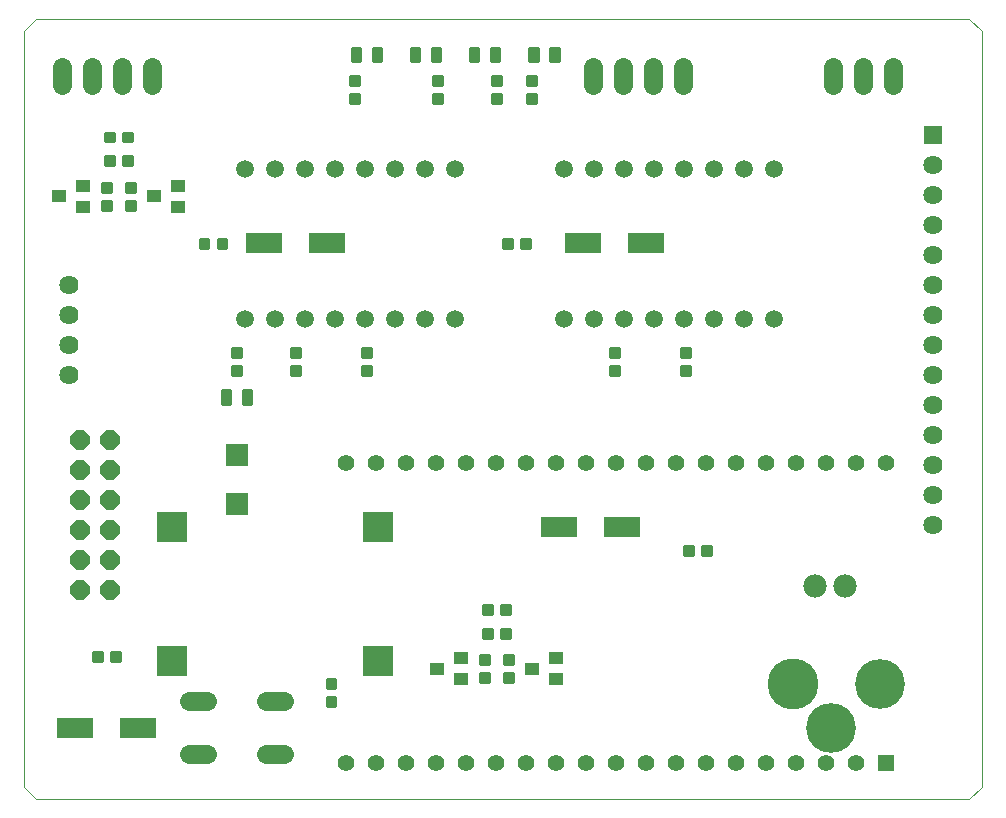
<source format=gts>
G75*
%MOIN*%
%OFA0B0*%
%FSLAX25Y25*%
%IPPOS*%
%LPD*%
%AMOC8*
5,1,8,0,0,1.08239X$1,22.5*
%
%ADD10C,0.00000*%
%ADD11C,0.06400*%
%ADD12R,0.06400X0.06400*%
%ADD13R,0.05550X0.05550*%
%ADD14C,0.05550*%
%ADD15C,0.05943*%
%ADD16C,0.00975*%
%ADD17R,0.12400X0.06900*%
%ADD18C,0.16998*%
%ADD19C,0.16600*%
%ADD20C,0.07800*%
%ADD21R,0.10400X0.10400*%
%ADD22C,0.06337*%
%ADD23C,0.06400*%
%ADD24OC8,0.06400*%
%ADD25R,0.04900X0.04400*%
%ADD26R,0.07369X0.07487*%
D10*
X0001000Y0004937D02*
X0001000Y0256906D01*
X0004937Y0260843D01*
X0315961Y0260843D01*
X0320409Y0256906D01*
X0320409Y0004937D01*
X0315961Y0001000D01*
X0004937Y0001000D01*
X0001000Y0004937D01*
D11*
X0016039Y0142063D03*
X0016039Y0152063D03*
X0016039Y0162063D03*
X0016039Y0172063D03*
X0304150Y0172063D03*
X0304150Y0182063D03*
X0304150Y0192063D03*
X0304150Y0202063D03*
X0304150Y0212063D03*
X0304150Y0162063D03*
X0304150Y0152063D03*
X0304150Y0142063D03*
X0304150Y0132063D03*
X0304150Y0122063D03*
X0304150Y0112063D03*
X0304150Y0102063D03*
X0304150Y0092063D03*
D12*
X0304150Y0222063D03*
D13*
X0288402Y0012811D03*
D14*
X0278402Y0012811D03*
X0268402Y0012811D03*
X0258402Y0012811D03*
X0248402Y0012811D03*
X0238402Y0012811D03*
X0228402Y0012811D03*
X0218402Y0012811D03*
X0208402Y0012811D03*
X0198402Y0012811D03*
X0188402Y0012811D03*
X0178402Y0012811D03*
X0168402Y0012811D03*
X0158402Y0012811D03*
X0148402Y0012811D03*
X0138402Y0012811D03*
X0128402Y0012811D03*
X0118402Y0012811D03*
X0108402Y0012811D03*
X0108402Y0112811D03*
X0118402Y0112811D03*
X0128402Y0112811D03*
X0138402Y0112811D03*
X0148402Y0112811D03*
X0158402Y0112811D03*
X0168402Y0112811D03*
X0178402Y0112811D03*
X0188402Y0112811D03*
X0198402Y0112811D03*
X0208402Y0112811D03*
X0218402Y0112811D03*
X0228402Y0112811D03*
X0238402Y0112811D03*
X0248402Y0112811D03*
X0258402Y0112811D03*
X0268402Y0112811D03*
X0278402Y0112811D03*
X0288402Y0112811D03*
D15*
X0251039Y0160724D03*
X0241039Y0160724D03*
X0231039Y0160724D03*
X0221039Y0160724D03*
X0211039Y0160724D03*
X0201039Y0160724D03*
X0191039Y0160724D03*
X0181039Y0160724D03*
X0144740Y0160724D03*
X0134740Y0160724D03*
X0124740Y0160724D03*
X0114740Y0160724D03*
X0104740Y0160724D03*
X0094740Y0160724D03*
X0084740Y0160724D03*
X0074740Y0160724D03*
X0074740Y0210724D03*
X0084740Y0210724D03*
X0094740Y0210724D03*
X0104740Y0210724D03*
X0114740Y0210724D03*
X0124740Y0210724D03*
X0134740Y0210724D03*
X0144740Y0210724D03*
X0181039Y0210724D03*
X0191039Y0210724D03*
X0201039Y0210724D03*
X0211039Y0210724D03*
X0221039Y0210724D03*
X0231039Y0210724D03*
X0241039Y0210724D03*
X0251039Y0210724D03*
D16*
X0220009Y0151132D02*
X0220009Y0148206D01*
X0220009Y0151132D02*
X0222935Y0151132D01*
X0222935Y0148206D01*
X0220009Y0148206D01*
X0220009Y0149180D02*
X0222935Y0149180D01*
X0222935Y0150154D02*
X0220009Y0150154D01*
X0220009Y0151128D02*
X0222935Y0151128D01*
X0220009Y0145132D02*
X0220009Y0142206D01*
X0220009Y0145132D02*
X0222935Y0145132D01*
X0222935Y0142206D01*
X0220009Y0142206D01*
X0220009Y0143180D02*
X0222935Y0143180D01*
X0222935Y0144154D02*
X0220009Y0144154D01*
X0220009Y0145128D02*
X0222935Y0145128D01*
X0196387Y0145132D02*
X0196387Y0142206D01*
X0196387Y0145132D02*
X0199313Y0145132D01*
X0199313Y0142206D01*
X0196387Y0142206D01*
X0196387Y0143180D02*
X0199313Y0143180D01*
X0199313Y0144154D02*
X0196387Y0144154D01*
X0196387Y0145128D02*
X0199313Y0145128D01*
X0196387Y0148206D02*
X0196387Y0151132D01*
X0199313Y0151132D01*
X0199313Y0148206D01*
X0196387Y0148206D01*
X0196387Y0149180D02*
X0199313Y0149180D01*
X0199313Y0150154D02*
X0196387Y0150154D01*
X0196387Y0151128D02*
X0199313Y0151128D01*
X0169636Y0184576D02*
X0166710Y0184576D01*
X0166710Y0187502D01*
X0169636Y0187502D01*
X0169636Y0184576D01*
X0169636Y0185550D02*
X0166710Y0185550D01*
X0166710Y0186524D02*
X0169636Y0186524D01*
X0169636Y0187498D02*
X0166710Y0187498D01*
X0163636Y0184576D02*
X0160710Y0184576D01*
X0160710Y0187502D01*
X0163636Y0187502D01*
X0163636Y0184576D01*
X0163636Y0185550D02*
X0160710Y0185550D01*
X0160710Y0186524D02*
X0163636Y0186524D01*
X0163636Y0187498D02*
X0160710Y0187498D01*
X0159943Y0232757D02*
X0159943Y0235683D01*
X0159943Y0232757D02*
X0157017Y0232757D01*
X0157017Y0235683D01*
X0159943Y0235683D01*
X0159943Y0233731D02*
X0157017Y0233731D01*
X0157017Y0234705D02*
X0159943Y0234705D01*
X0159943Y0235679D02*
X0157017Y0235679D01*
X0159943Y0238757D02*
X0159943Y0241683D01*
X0159943Y0238757D02*
X0157017Y0238757D01*
X0157017Y0241683D01*
X0159943Y0241683D01*
X0159943Y0239731D02*
X0157017Y0239731D01*
X0157017Y0240705D02*
X0159943Y0240705D01*
X0159943Y0241679D02*
X0157017Y0241679D01*
X0156580Y0246818D02*
X0159506Y0246818D01*
X0156580Y0246818D02*
X0156580Y0251244D01*
X0159506Y0251244D01*
X0159506Y0246818D01*
X0159506Y0247792D02*
X0156580Y0247792D01*
X0156580Y0248766D02*
X0159506Y0248766D01*
X0159506Y0249740D02*
X0156580Y0249740D01*
X0156580Y0250714D02*
X0159506Y0250714D01*
X0152506Y0246818D02*
X0149580Y0246818D01*
X0149580Y0251244D01*
X0152506Y0251244D01*
X0152506Y0246818D01*
X0152506Y0247792D02*
X0149580Y0247792D01*
X0149580Y0248766D02*
X0152506Y0248766D01*
X0152506Y0249740D02*
X0149580Y0249740D01*
X0149580Y0250714D02*
X0152506Y0250714D01*
X0139821Y0246818D02*
X0136895Y0246818D01*
X0136895Y0251244D01*
X0139821Y0251244D01*
X0139821Y0246818D01*
X0139821Y0247792D02*
X0136895Y0247792D01*
X0136895Y0248766D02*
X0139821Y0248766D01*
X0139821Y0249740D02*
X0136895Y0249740D01*
X0136895Y0250714D02*
X0139821Y0250714D01*
X0132821Y0246818D02*
X0129895Y0246818D01*
X0129895Y0251244D01*
X0132821Y0251244D01*
X0132821Y0246818D01*
X0132821Y0247792D02*
X0129895Y0247792D01*
X0129895Y0248766D02*
X0132821Y0248766D01*
X0132821Y0249740D02*
X0129895Y0249740D01*
X0129895Y0250714D02*
X0132821Y0250714D01*
X0140258Y0241683D02*
X0140258Y0238757D01*
X0137332Y0238757D01*
X0137332Y0241683D01*
X0140258Y0241683D01*
X0140258Y0239731D02*
X0137332Y0239731D01*
X0137332Y0240705D02*
X0140258Y0240705D01*
X0140258Y0241679D02*
X0137332Y0241679D01*
X0140258Y0235683D02*
X0140258Y0232757D01*
X0137332Y0232757D01*
X0137332Y0235683D01*
X0140258Y0235683D01*
X0140258Y0233731D02*
X0137332Y0233731D01*
X0137332Y0234705D02*
X0140258Y0234705D01*
X0140258Y0235679D02*
X0137332Y0235679D01*
X0120136Y0246818D02*
X0117210Y0246818D01*
X0117210Y0251244D01*
X0120136Y0251244D01*
X0120136Y0246818D01*
X0120136Y0247792D02*
X0117210Y0247792D01*
X0117210Y0248766D02*
X0120136Y0248766D01*
X0120136Y0249740D02*
X0117210Y0249740D01*
X0117210Y0250714D02*
X0120136Y0250714D01*
X0113136Y0246818D02*
X0110210Y0246818D01*
X0110210Y0251244D01*
X0113136Y0251244D01*
X0113136Y0246818D01*
X0113136Y0247792D02*
X0110210Y0247792D01*
X0110210Y0248766D02*
X0113136Y0248766D01*
X0113136Y0249740D02*
X0110210Y0249740D01*
X0110210Y0250714D02*
X0113136Y0250714D01*
X0109773Y0241683D02*
X0109773Y0238757D01*
X0109773Y0241683D02*
X0112699Y0241683D01*
X0112699Y0238757D01*
X0109773Y0238757D01*
X0109773Y0239731D02*
X0112699Y0239731D01*
X0112699Y0240705D02*
X0109773Y0240705D01*
X0109773Y0241679D02*
X0112699Y0241679D01*
X0109773Y0235683D02*
X0109773Y0232757D01*
X0109773Y0235683D02*
X0112699Y0235683D01*
X0112699Y0232757D01*
X0109773Y0232757D01*
X0109773Y0233731D02*
X0112699Y0233731D01*
X0112699Y0234705D02*
X0109773Y0234705D01*
X0109773Y0235679D02*
X0112699Y0235679D01*
X0068455Y0187502D02*
X0065529Y0187502D01*
X0068455Y0187502D02*
X0068455Y0184576D01*
X0065529Y0184576D01*
X0065529Y0187502D01*
X0065529Y0185550D02*
X0068455Y0185550D01*
X0068455Y0186524D02*
X0065529Y0186524D01*
X0065529Y0187498D02*
X0068455Y0187498D01*
X0062455Y0187502D02*
X0059529Y0187502D01*
X0062455Y0187502D02*
X0062455Y0184576D01*
X0059529Y0184576D01*
X0059529Y0187502D01*
X0059529Y0185550D02*
X0062455Y0185550D01*
X0062455Y0186524D02*
X0059529Y0186524D01*
X0059529Y0187498D02*
X0062455Y0187498D01*
X0034970Y0197324D02*
X0034970Y0200250D01*
X0037896Y0200250D01*
X0037896Y0197324D01*
X0034970Y0197324D01*
X0034970Y0198298D02*
X0037896Y0198298D01*
X0037896Y0199272D02*
X0034970Y0199272D01*
X0034970Y0200246D02*
X0037896Y0200246D01*
X0034970Y0203324D02*
X0034970Y0206250D01*
X0037896Y0206250D01*
X0037896Y0203324D01*
X0034970Y0203324D01*
X0034970Y0204298D02*
X0037896Y0204298D01*
X0037896Y0205272D02*
X0034970Y0205272D01*
X0034970Y0206246D02*
X0037896Y0206246D01*
X0036959Y0215061D02*
X0034033Y0215061D01*
X0036959Y0215061D02*
X0036959Y0212135D01*
X0034033Y0212135D01*
X0034033Y0215061D01*
X0034033Y0213109D02*
X0036959Y0213109D01*
X0036959Y0214083D02*
X0034033Y0214083D01*
X0034033Y0215057D02*
X0036959Y0215057D01*
X0036959Y0220009D02*
X0034033Y0220009D01*
X0034033Y0222935D01*
X0036959Y0222935D01*
X0036959Y0220009D01*
X0036959Y0220983D02*
X0034033Y0220983D01*
X0034033Y0221957D02*
X0036959Y0221957D01*
X0036959Y0222931D02*
X0034033Y0222931D01*
X0030959Y0220009D02*
X0028033Y0220009D01*
X0028033Y0222935D01*
X0030959Y0222935D01*
X0030959Y0220009D01*
X0030959Y0220983D02*
X0028033Y0220983D01*
X0028033Y0221957D02*
X0030959Y0221957D01*
X0030959Y0222931D02*
X0028033Y0222931D01*
X0028033Y0215061D02*
X0030959Y0215061D01*
X0030959Y0212135D01*
X0028033Y0212135D01*
X0028033Y0215061D01*
X0028033Y0213109D02*
X0030959Y0213109D01*
X0030959Y0214083D02*
X0028033Y0214083D01*
X0028033Y0215057D02*
X0030959Y0215057D01*
X0030022Y0206250D02*
X0030022Y0203324D01*
X0027096Y0203324D01*
X0027096Y0206250D01*
X0030022Y0206250D01*
X0030022Y0204298D02*
X0027096Y0204298D01*
X0027096Y0205272D02*
X0030022Y0205272D01*
X0030022Y0206246D02*
X0027096Y0206246D01*
X0030022Y0200250D02*
X0030022Y0197324D01*
X0027096Y0197324D01*
X0027096Y0200250D01*
X0030022Y0200250D01*
X0030022Y0198298D02*
X0027096Y0198298D01*
X0027096Y0199272D02*
X0030022Y0199272D01*
X0030022Y0200246D02*
X0027096Y0200246D01*
X0073329Y0151132D02*
X0073329Y0148206D01*
X0070403Y0148206D01*
X0070403Y0151132D01*
X0073329Y0151132D01*
X0073329Y0149180D02*
X0070403Y0149180D01*
X0070403Y0150154D02*
X0073329Y0150154D01*
X0073329Y0151128D02*
X0070403Y0151128D01*
X0073329Y0145132D02*
X0073329Y0142206D01*
X0070403Y0142206D01*
X0070403Y0145132D01*
X0073329Y0145132D01*
X0073329Y0143180D02*
X0070403Y0143180D01*
X0070403Y0144154D02*
X0073329Y0144154D01*
X0073329Y0145128D02*
X0070403Y0145128D01*
X0069829Y0132645D02*
X0066903Y0132645D01*
X0066903Y0137071D01*
X0069829Y0137071D01*
X0069829Y0132645D01*
X0069829Y0133619D02*
X0066903Y0133619D01*
X0066903Y0134593D02*
X0069829Y0134593D01*
X0069829Y0135567D02*
X0066903Y0135567D01*
X0066903Y0136541D02*
X0069829Y0136541D01*
X0073903Y0132645D02*
X0076829Y0132645D01*
X0073903Y0132645D02*
X0073903Y0137071D01*
X0076829Y0137071D01*
X0076829Y0132645D01*
X0076829Y0133619D02*
X0073903Y0133619D01*
X0073903Y0134593D02*
X0076829Y0134593D01*
X0076829Y0135567D02*
X0073903Y0135567D01*
X0073903Y0136541D02*
X0076829Y0136541D01*
X0090088Y0142206D02*
X0090088Y0145132D01*
X0093014Y0145132D01*
X0093014Y0142206D01*
X0090088Y0142206D01*
X0090088Y0143180D02*
X0093014Y0143180D01*
X0093014Y0144154D02*
X0090088Y0144154D01*
X0090088Y0145128D02*
X0093014Y0145128D01*
X0090088Y0148206D02*
X0090088Y0151132D01*
X0093014Y0151132D01*
X0093014Y0148206D01*
X0090088Y0148206D01*
X0090088Y0149180D02*
X0093014Y0149180D01*
X0093014Y0150154D02*
X0090088Y0150154D01*
X0090088Y0151128D02*
X0093014Y0151128D01*
X0113710Y0151132D02*
X0113710Y0148206D01*
X0113710Y0151132D02*
X0116636Y0151132D01*
X0116636Y0148206D01*
X0113710Y0148206D01*
X0113710Y0149180D02*
X0116636Y0149180D01*
X0116636Y0150154D02*
X0113710Y0150154D01*
X0113710Y0151128D02*
X0116636Y0151128D01*
X0113710Y0145132D02*
X0113710Y0142206D01*
X0113710Y0145132D02*
X0116636Y0145132D01*
X0116636Y0142206D01*
X0113710Y0142206D01*
X0113710Y0143180D02*
X0116636Y0143180D01*
X0116636Y0144154D02*
X0113710Y0144154D01*
X0113710Y0145128D02*
X0116636Y0145128D01*
X0154017Y0062529D02*
X0156943Y0062529D01*
X0154017Y0062529D02*
X0154017Y0065455D01*
X0156943Y0065455D01*
X0156943Y0062529D01*
X0156943Y0063503D02*
X0154017Y0063503D01*
X0154017Y0064477D02*
X0156943Y0064477D01*
X0156943Y0065451D02*
X0154017Y0065451D01*
X0160017Y0062529D02*
X0162943Y0062529D01*
X0160017Y0062529D02*
X0160017Y0065455D01*
X0162943Y0065455D01*
X0162943Y0062529D01*
X0162943Y0063503D02*
X0160017Y0063503D01*
X0160017Y0064477D02*
X0162943Y0064477D01*
X0162943Y0065451D02*
X0160017Y0065451D01*
X0160017Y0057581D02*
X0162943Y0057581D01*
X0162943Y0054655D01*
X0160017Y0054655D01*
X0160017Y0057581D01*
X0160017Y0055629D02*
X0162943Y0055629D01*
X0162943Y0056603D02*
X0160017Y0056603D01*
X0160017Y0057577D02*
X0162943Y0057577D01*
X0156943Y0057581D02*
X0154017Y0057581D01*
X0156943Y0057581D02*
X0156943Y0054655D01*
X0154017Y0054655D01*
X0154017Y0057581D01*
X0154017Y0055629D02*
X0156943Y0055629D01*
X0156943Y0056603D02*
X0154017Y0056603D01*
X0154017Y0057577D02*
X0156943Y0057577D01*
X0153080Y0048770D02*
X0153080Y0045844D01*
X0153080Y0048770D02*
X0156006Y0048770D01*
X0156006Y0045844D01*
X0153080Y0045844D01*
X0153080Y0046818D02*
X0156006Y0046818D01*
X0156006Y0047792D02*
X0153080Y0047792D01*
X0153080Y0048766D02*
X0156006Y0048766D01*
X0163880Y0048770D02*
X0163880Y0045844D01*
X0160954Y0045844D01*
X0160954Y0048770D01*
X0163880Y0048770D01*
X0163880Y0046818D02*
X0160954Y0046818D01*
X0160954Y0047792D02*
X0163880Y0047792D01*
X0163880Y0048766D02*
X0160954Y0048766D01*
X0163880Y0042770D02*
X0163880Y0039844D01*
X0160954Y0039844D01*
X0160954Y0042770D01*
X0163880Y0042770D01*
X0163880Y0040818D02*
X0160954Y0040818D01*
X0160954Y0041792D02*
X0163880Y0041792D01*
X0163880Y0042766D02*
X0160954Y0042766D01*
X0153080Y0042770D02*
X0153080Y0039844D01*
X0153080Y0042770D02*
X0156006Y0042770D01*
X0156006Y0039844D01*
X0153080Y0039844D01*
X0153080Y0040818D02*
X0156006Y0040818D01*
X0156006Y0041792D02*
X0153080Y0041792D01*
X0153080Y0042766D02*
X0156006Y0042766D01*
X0104825Y0040896D02*
X0104825Y0037970D01*
X0101899Y0037970D01*
X0101899Y0040896D01*
X0104825Y0040896D01*
X0104825Y0038944D02*
X0101899Y0038944D01*
X0101899Y0039918D02*
X0104825Y0039918D01*
X0104825Y0040892D02*
X0101899Y0040892D01*
X0104825Y0034896D02*
X0104825Y0031970D01*
X0101899Y0031970D01*
X0101899Y0034896D01*
X0104825Y0034896D01*
X0104825Y0032944D02*
X0101899Y0032944D01*
X0101899Y0033918D02*
X0104825Y0033918D01*
X0104825Y0034892D02*
X0101899Y0034892D01*
X0033022Y0046781D02*
X0030096Y0046781D01*
X0030096Y0049707D01*
X0033022Y0049707D01*
X0033022Y0046781D01*
X0033022Y0047755D02*
X0030096Y0047755D01*
X0030096Y0048729D02*
X0033022Y0048729D01*
X0033022Y0049703D02*
X0030096Y0049703D01*
X0027022Y0046781D02*
X0024096Y0046781D01*
X0024096Y0049707D01*
X0027022Y0049707D01*
X0027022Y0046781D01*
X0027022Y0047755D02*
X0024096Y0047755D01*
X0024096Y0048729D02*
X0027022Y0048729D01*
X0027022Y0049703D02*
X0024096Y0049703D01*
X0168828Y0232757D02*
X0168828Y0235683D01*
X0171754Y0235683D01*
X0171754Y0232757D01*
X0168828Y0232757D01*
X0168828Y0233731D02*
X0171754Y0233731D01*
X0171754Y0234705D02*
X0168828Y0234705D01*
X0168828Y0235679D02*
X0171754Y0235679D01*
X0168828Y0238757D02*
X0168828Y0241683D01*
X0171754Y0241683D01*
X0171754Y0238757D01*
X0168828Y0238757D01*
X0168828Y0239731D02*
X0171754Y0239731D01*
X0171754Y0240705D02*
X0168828Y0240705D01*
X0168828Y0241679D02*
X0171754Y0241679D01*
X0172191Y0246818D02*
X0169265Y0246818D01*
X0169265Y0251244D01*
X0172191Y0251244D01*
X0172191Y0246818D01*
X0172191Y0247792D02*
X0169265Y0247792D01*
X0169265Y0248766D02*
X0172191Y0248766D01*
X0172191Y0249740D02*
X0169265Y0249740D01*
X0169265Y0250714D02*
X0172191Y0250714D01*
X0176265Y0246818D02*
X0179191Y0246818D01*
X0176265Y0246818D02*
X0176265Y0251244D01*
X0179191Y0251244D01*
X0179191Y0246818D01*
X0179191Y0247792D02*
X0176265Y0247792D01*
X0176265Y0248766D02*
X0179191Y0248766D01*
X0179191Y0249740D02*
X0176265Y0249740D01*
X0176265Y0250714D02*
X0179191Y0250714D01*
X0220946Y0085140D02*
X0223872Y0085140D01*
X0223872Y0082214D01*
X0220946Y0082214D01*
X0220946Y0085140D01*
X0220946Y0083188D02*
X0223872Y0083188D01*
X0223872Y0084162D02*
X0220946Y0084162D01*
X0220946Y0085136D02*
X0223872Y0085136D01*
X0226946Y0085140D02*
X0229872Y0085140D01*
X0229872Y0082214D01*
X0226946Y0082214D01*
X0226946Y0085140D01*
X0226946Y0083188D02*
X0229872Y0083188D01*
X0229872Y0084162D02*
X0226946Y0084162D01*
X0226946Y0085136D02*
X0229872Y0085136D01*
D17*
X0200476Y0091551D03*
X0179476Y0091551D03*
X0187350Y0186039D03*
X0208350Y0186039D03*
X0102051Y0186039D03*
X0081051Y0186039D03*
X0039059Y0024622D03*
X0018059Y0024622D03*
D18*
X0257387Y0039189D03*
D19*
X0269898Y0024380D03*
X0286209Y0039089D03*
D20*
X0274780Y0071866D03*
X0264780Y0071866D03*
D21*
X0119110Y0091551D03*
X0119110Y0046669D03*
X0050213Y0046669D03*
X0050213Y0091551D03*
D22*
X0056102Y0033480D02*
X0062039Y0033480D01*
X0062039Y0015764D02*
X0056102Y0015764D01*
X0081693Y0015764D02*
X0087630Y0015764D01*
X0087630Y0033480D02*
X0081693Y0033480D01*
D23*
X0043559Y0238906D02*
X0043559Y0244906D01*
X0033559Y0244906D02*
X0033559Y0238906D01*
X0023559Y0238906D02*
X0023559Y0244906D01*
X0013559Y0244906D02*
X0013559Y0238906D01*
X0190724Y0238906D02*
X0190724Y0244906D01*
X0200724Y0244906D02*
X0200724Y0238906D01*
X0210724Y0238906D02*
X0210724Y0244906D01*
X0220724Y0244906D02*
X0220724Y0238906D01*
X0270528Y0238906D02*
X0270528Y0244906D01*
X0280528Y0244906D02*
X0280528Y0238906D01*
X0290528Y0238906D02*
X0290528Y0244906D01*
D24*
X0029622Y0120488D03*
X0029622Y0110488D03*
X0029622Y0100488D03*
X0029622Y0090488D03*
X0029622Y0080488D03*
X0019622Y0080488D03*
X0019622Y0090488D03*
X0019622Y0100488D03*
X0019622Y0110488D03*
X0019622Y0120488D03*
X0019622Y0070488D03*
X0029622Y0070488D03*
D25*
X0138732Y0044307D03*
X0146732Y0040807D03*
X0146732Y0047807D03*
X0170228Y0044307D03*
X0178228Y0040807D03*
X0178228Y0047807D03*
X0052244Y0198287D03*
X0052244Y0205287D03*
X0044244Y0201787D03*
X0020748Y0198287D03*
X0020748Y0205287D03*
X0012748Y0201787D03*
D26*
X0071866Y0115339D03*
X0071866Y0099260D03*
M02*

</source>
